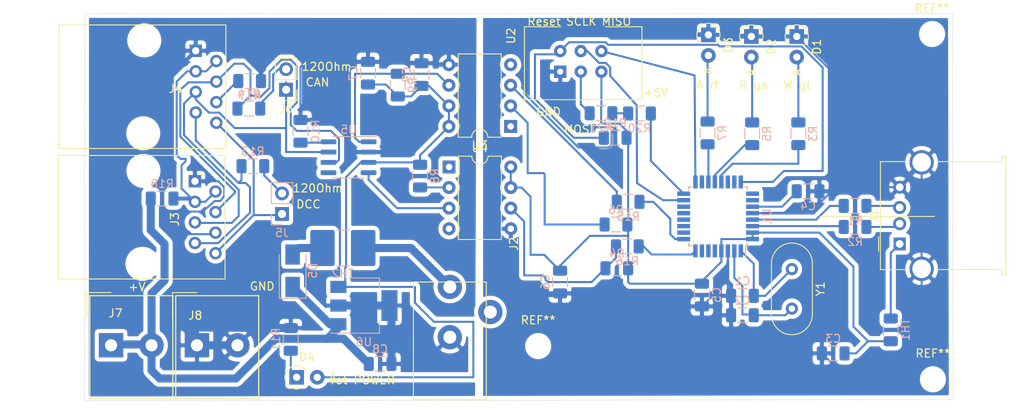
<source format=kicad_pcb>
(kicad_pcb (version 20211014) (generator pcbnew)
  (layers (0 "F.Cu" signal) (31 "B.Cu" signal) (34 "B.Paste" user) (35 "F.Paste" user) (36 "B.SilkS" user "B.Silkscreen") (37 "F.SilkS" user "F.Silkscreen") (38 "B.Mask" user) (39 "F.Mask" user) (44 "Edge.Cuts" user))
  (net 0 "")
  (net 1 "GND")
  (net 2 "Net-(C1-Pad1)")
  (net 3 "Net-(C2-Pad1)")
  (net 4 "+5V")
  (net 5 "Net-(C4-Pad1)")
  (net 6 "+5VP")
  (net 7 "GND1")
  (net 8 "+9V")
  (net 9 "Net-(D1-Pad2)")
  (net 10 "Net-(D2-Pad2)")
  (net 11 "Net-(D3-Pad2)")
  (net 12 "Net-(D4-Pad1)")
  (net 13 "Net-(D5-Pad2)")
  (net 14 "Net-(J1-Pad3)")
  (net 15 "Net-(J1-Pad2)")
  (net 16 "Net-(J1-Pad1)")
  (net 17 "Net-(J2-Pad1)")
  (net 18 "CANL")
  (net 19 "CANH")
  (net 20 "DCC_A")
  (net 21 "DCC_B")
  (net 22 "Net-(R1-Pad1)")
  (net 23 "Net-(R2-Pad1)")
  (net 24 "RXD1")
  (net 25 "Net-(R6-Pad2)")
  (net 26 "Net-(R8-Pad1)")
  (net 27 "T")
  (net 28 "Net-(R10-Pad1)")
  (net 29 "Net-(U1-Pad26)")
  (net 30 "Net-(U1-Pad25)")
  (net 31 "RESET")
  (net 32 "Net-(U1-Pad23)")
  (net 33 "Net-(U1-Pad22)")
  (net 34 "Net-(U1-Pad18)")
  (net 35 "MISO")
  (net 36 "MOSI")
  (net 37 "SCLK")
  (net 38 "Net-(U1-Pad14)")
  (net 39 "Net-(U1-Pad10)")
  (net 40 "TXD1")
  (net 41 "Net-(U1-Pad7)")
  (net 42 "Net-(U1-Pad6)")
  (net 43 "Net-(U1-Pad5)")
  (net 44 "Net-(U3-Pad1)")
  (net 45 "R")
  (net 46 "Net-(U4-Pad1)")
  (net 47 "Net-(U5-Pad5)")
  (net 48 "LED_gl")
  (net 49 "LED_gn")
  (net 50 "LED_rt")
  (net 51 "Net-(U1-Pad13)")
  (net 52 "Net-(U1-Pad12)")
  (net 53 "Net-(U1-Pad11)")
  (net 54 "Net-(J5-Pad2)")
  (net 55 "Net-(J6-Pad2)")
  (net 56 "Net-(R16-Pad1)")
  (net 57 "Net-(R15-Pad1)")
  (net 58 "Net-(J4-Pad6)")
  (net 59 "Net-(J3-Pad2)")
  (net 60 "Net-(R20-Pad2)")
  (net 61 "Net-(R20-Pad1)")
  (footprint "sboxnet:CLIFF-FCR681465P" (layer "F.Cu") (at 194 112.7 -90)
    (fp_text reference "J2")
    (fp_text value "cliff_FCR681465P_audiobuchse")
  )
  (footprint "Diode_THT:D_A-405_P2.54mm_Vertical_AnodeUp" (layer "F.Cu") (at 236.8 81.8 -90)
    (fp_text reference "D1")
    (fp_text value "gelb")
  )
  (footprint "Diode_THT:D_A-405_P2.54mm_Vertical_AnodeUp" (layer "F.Cu") (at 231.2 81.8 -90)
    (fp_text reference "D2")
    (fp_text value "grün")
  )
  (footprint "Connector_USB:USB_A_Molex_67643_Horizontal" (layer "F.Cu") (at 249.5 107.4 90)
    (fp_text reference "J1")
    (fp_text value "USB_A")
  )
  (footprint "sboxnet:wannenstecker_gerade_6pin" (layer "F.Cu") (at 212.7 83.6 -90)
    (fp_text reference "U2")
    (fp_text value "wannenstecker6")
  )
  (footprint "Package_DIP:DIP-8_W7.62mm" (layer "F.Cu") (at 201.5 92.9 180)
    (fp_text reference "U3")
    (fp_text value "6N137")
  )
  (footprint "Package_DIP:DIP-8_W7.62mm" (layer "F.Cu") (at 193.9 97.9)
    (fp_text reference "U4")
    (fp_text value "6N137")
  )
  (footprint "Crystal:Crystal_HC49-U_Vertical" (layer "F.Cu") (at 236.2 110.5 -90)
    (fp_text reference "Y1")
    (fp_text value "16MHz")
  )
  (footprint "Diode_THT:D_A-405_P2.54mm_Vertical_AnodeUp" (layer "F.Cu") (at 225.9 81.6 -90)
    (fp_text reference "D3")
    (fp_text value "rot")
  )
  (footprint "sboxnet:8p8c-mebp" (layer "F.Cu") (at 156.3 88 -90)
    (fp_text reference "J4")
    (fp_text value "8P8C")
  )
  (footprint "sboxnet:8p8c-mebp" (layer "F.Cu") (at 156.2 104.1 -90)
    (fp_text reference "J3")
    (fp_text value "8P8C")
  )
  (footprint "Diode_THT:D_A-405_P2.54mm_Vertical_AnodeUp" (layer "F.Cu") (at 175.1 123.85)
    (fp_text reference "D4")
    (fp_text value "rot")
  )
  (footprint "Connector_PinHeader_2.54mm:PinHeader_1x02_P2.54mm_Vertical" (layer "F.Cu") (at 173.8 88.375 180)
    (fp_text reference "J6")
    (fp_text value "Conn_01x02_Male")
  )
  (footprint "MountingHole:MountingHole_2.2mm_M2" (layer "F.Cu") (at 204.9 120)
    (fp_text reference "REF**")
    (fp_text value "MountingHole_2.2mm_M2")
  )
  (footprint "MountingHole:MountingHole_2.2mm_M2" (layer "F.Cu") (at 253.5 81.5)
    (fp_text reference "REF**")
    (fp_text value "MountingHole_2.2mm_M2")
  )
  (footprint "MountingHole:MountingHole_2.2mm_M2" (layer "F.Cu") (at 253.6 124.1)
    (fp_text reference "REF**")
    (fp_text value "MountingHole_2.2mm_M2")
  )
  (footprint "TerminalBlock_Altech:Altech_AK300_1x02_P5.00mm_45-Degree" (layer "F.Cu") (at 152.2 119.9)
    (fp_text reference "J7")
    (fp_text value "Screw_Terminal_01x02")
  )
  (footprint "TerminalBlock_Altech:Altech_AK300_1x02_P5.00mm_45-Degree" (layer "F.Cu") (at 162.8 119.9)
    (fp_text reference "J8")
    (fp_text value "Screw_Terminal_01x02")
  )
  (footprint "Capacitor_SMD:C_1206_3216Metric" (layer "B.Cu") (at 230.1 113.8 180)
    (fp_text reference "C1")
    (fp_text value "22p")
  )
  (footprint "Capacitor_SMD:C_1206_3216Metric" (layer "B.Cu") (at 230.1 116.2 180)
    (fp_text reference "C2")
    (fp_text value "22p")
  )
  (footprint "Capacitor_SMD:C_1206_3216Metric" (layer "B.Cu") (at 225.099999 113.7 90)
    (fp_text reference "C5")
    (fp_text value "100n")
  )
  (footprint "Resistor_SMD:R_1206_3216Metric" (layer "B.Cu") (at 244 105.3)
    (fp_text reference "R2")
    (fp_text value "22")
  )
  (footprint "Resistor_SMD:R_1206_3216Metric" (layer "B.Cu") (at 237 93.8 90)
    (fp_text reference "R3")
    (fp_text value "1k")
  )
  (footprint "Resistor_SMD:R_1206_3216Metric" (layer "B.Cu") (at 225.8 93.7 90)
    (fp_text reference "R7")
    (fp_text value "1k")
  )
  (footprint "Resistor_SMD:R_1206_3216Metric" (layer "B.Cu") (at 248.4 118 90)
    (fp_text reference "TH1")
    (fp_text value "250mA")
  )
  (footprint "Package_QFP:TQFP-32_7x7mm_P0.8mm" (layer "B.Cu") (at 227.1 104 90)
    (fp_text reference "U1")
    (fp_text value "ATmega32U2-AU")
  )
  (footprint "Resistor_SMD:R_1206_3216Metric" (layer "B.Cu") (at 244 102.7)
    (fp_text reference "R1")
    (fp_text value "22")
  )
  (footprint "Capacitor_SMD:C_1206_3216Metric" (layer "B.Cu") (at 241.3 120.9 180)
    (fp_text reference "C3")
    (fp_text value "1u")
  )
  (footprint "Capacitor_SMD:C_1206_3216Metric" (layer "B.Cu") (at 238.2 100.9)
    (fp_text reference "C4")
    (fp_text value "1u")
  )
  (footprint "Resistor_SMD:R_1206_3216Metric" (layer "B.Cu") (at 231.3 93.8 90)
    (fp_text reference "R5")
    (fp_text value "1k")
  )
  (footprint "Resistor_SMD:R_1206_3216Metric" (layer "B.Cu") (at 214.4 94.3 180)
    (fp_text reference "R12")
    (fp_text value "10k")
  )
  (footprint "Resistor_SMD:R_1206_3216Metric" (layer "B.Cu") (at 215.9 107.7)
    (fp_text reference "R16")
    (fp_text value "0")
  )
  (footprint "Resistor_SMD:R_1206_3216Metric" (layer "B.Cu") (at 216 102.2)
    (fp_text reference "R15")
    (fp_text value "0")
  )
  (footprint "Resistor_SMD:R_1206_3216Metric" (layer "B.Cu") (at 214.5 105 180)
    (fp_text reference "R6")
    (fp_text value "470")
  )
  (footprint "Resistor_SMD:R_1206_3216Metric" (layer "B.Cu") (at 214.6 110.4 180)
    (fp_text reference "R4")
    (fp_text value "470")
  )
  (footprint "Capacitor_SMD:C_1206_3216Metric" (layer "B.Cu") (at 207.6 112.1 -90)
    (fp_text reference "C6")
    (fp_text value "100n")
  )
  (footprint "Resistor_SMD:R_1206_3216Metric" (layer "B.Cu") (at 187.575 87.8 90)
    (fp_text reference "R9")
    (fp_text value "470")
  )
  (footprint "Resistor_SMD:R_1206_3216Metric" (layer "B.Cu") (at 190.325 99.025 90)
    (fp_text reference "R8")
    (fp_text value "470")
  )
  (footprint "Resistor_SMD:R_2816_7142Metric" (layer "B.Cu") (at 180.8 107.9)
    (fp_text reference "TH2")
    (fp_text value "3A")
  )
  (footprint "Resistor_SMD:R_1206_3216Metric" (layer "B.Cu") (at 169.700001 97.8 180)
    (fp_text reference "R13")
    (fp_text value "120")
  )
  (footprint "Package_SO:SOIC-8_3.9x4.9mm_P1.27mm" (layer "B.Cu") (at 181.5 96.7 180)
    (fp_text reference "U5")
    (fp_text value "PCA82C250")
  )
  (footprint "Capacitor_SMD:C_1206_3216Metric" (layer "B.Cu") (at 183.9 86.324999 -90)
    (fp_text reference "C7")
    (fp_text value "100n")
  )
  (footprint "Connector_PinHeader_2.54mm:PinHeader_1x02_P2.54mm_Vertical" (layer "B.Cu") (at 173.3 103.7)
    (fp_text reference "J5")
    (fp_text value "Conn_01x02_Male")
  )
  (footprint "Resistor_SMD:R_1206_3216Metric" (layer "B.Cu") (at 169.3 87.3)
    (fp_text reference "R17")
    (fp_text value "0")
  )
  (footprint "Capacitor_SMD:C_1206_3216Metric" (layer "B.Cu") (at 185.4 122.2 180)
    (fp_text reference "C8")
    (fp_text value "100n")
  )
  (footprint "Package_TO_SOT_SMD:SOT-223-3_TabPin2" (layer "B.Cu") (at 183.4 115)
    (fp_text reference "U6")
    (fp_text value "MCP1703A-5002_SOT223")
  )
  (footprint "Resistor_SMD:R_1206_3216Metric" (layer "B.Cu") (at 174.375 119.175 -90)
    (fp_text reference "R11")
    (fp_text value "470")
  )
  (footprint "Diode_SMD:D_SMA" (layer "B.Cu") (at 174.6 110.7 90)
    (fp_text reference "D5")
    (fp_text value "SK310A")
  )
  (footprint "Resistor_SMD:R_1206_3216Metric" (layer "B.Cu") (at 169.2 90.7 180)
    (fp_text reference "R14")
    (fp_text value "120")
  )
  (footprint "Capacitor_SMD:C_1206_3216Metric" (layer "B.Cu") (at 190.5 86.5 -90)
    (fp_text reference "C9")
    (fp_text value "10u")
  )
  (footprint "Resistor_SMD:R_1206_3216Metric" (layer "B.Cu") (at 158.5 101.8 180)
    (fp_text reference "R18")
    (fp_text value "0")
  )
  (footprint "Resistor_SMD:R_1206_3216Metric" (layer "B.Cu") (at 175.575 93.5 90)
    (fp_text reference "R10")
    (fp_text value "0")
  )
  (footprint "Resistor_SMD:R_1206_3216Metric" (layer "B.Cu") (at 217.4 91.3)
    (fp_text reference "R20")
    (fp_text value "0")
  )
  (footprint "Resistor_SMD:R_1206_3216Metric" (layer "B.Cu") (at 212.65 91.275)
    (fp_text reference "R21")
    (fp_text value "0")
  )
  (gr_line (start 253.8 104) (end 239.7 104) (layer "F.SilkS") (width 0.12))
  (gr_line (start 148.95 78.975) (end 148.925 126.75) (layer "Edge.Cuts") (width 0.05))
  (gr_line (start 256.1 126.6) (end 148.925 126.75) (layer "Edge.Cuts") (width 0.05))
  (gr_line (start 148.95 78.975) (end 256 79) (layer "Edge.Cuts") (width 0.05))
  (gr_line (start 256.1 126.6) (end 256 79) (layer "Edge.Cuts") (width 0.05))
  (gr_text "120Ohm" (at 178.8 85.525) (layer "F.SilkS") (effects (font (size 1 1))))
  (gr_text "120Ohm" (at 177.7 100.525) (layer "F.SilkS") (effects (font (size 1 1))))
  (gr_text "DCC" (at 176.55 102.5) (layer "F.SilkS") (effects (font (size 1 1))))
  (gr_text "CAN" (at 177.675 87.45) (layer "F.SilkS") (effects (font (size 1 1))))
  (gr_text "+V" (at 155.4 112.7) (layer "F.SilkS") (effects (font (size 1 1))))
  (gr_text "GND" (at 170.85 112.625) (layer "F.SilkS") (effects (font (size 1 1))))
  (gr_text "MISO" (at 214.55 79.95) (layer "F.SilkS") (effects (font (size 1 1))))
  (gr_text "W gl" (at 236.825 87.8) (layer "F.SilkS") (effects (font (size 1 1))))
  (gr_text "R gn" (at 231.5 87.85) (layer "F.SilkS") (effects (font (size 1 1))))
  (gr_text "Reset" (at 205.625 79.95) (layer "F.SilkS") (effects (font (size 1 1))))
  (gr_text "A rt" (at 225.825 87.725) (layer "F.SilkS") (effects (font (size 1 1))))
  (gr_text "rot POWER" (at 183.25 124.2) (layer "F.SilkS") (effects (font (size 1 1))))
  (gr_text "GND" (at 206.175 91.1) (layer "F.SilkS") (effects (font (size 1 1))))
  (gr_text "SCLK" (at 210.225 79.95) (layer "F.SilkS") (effects (font (size 1 1))))
  (gr_text "MOSI" (at 209.9 93.275) (layer "F.SilkS") (effects (font (size 1 1))))
  (gr_text "+5V" (at 219.4 88.725) (layer "F.SilkS") (effects (font (size 1 1))))
  (segment (start 249.5 100.4) (end 252.21 97.69) (width 0.25) (layer "B.Cu") (net 1))
  (segment (start 252.21 97.69) (end 252.21 97.33) (width 0.25) (layer "B.Cu") (net 1))
  (segment (start 252.21 110.47) (end 252.21 97.33) (width 0.25) (layer "B.Cu") (net 1))
  (segment (start 252.21 110.47) (end 252.245 110.47) (width 0.25) (layer "B.Cu") (net 1))
  (segment (start 243.4 124.4) (end 239.9 120.9) (width 0.25) (layer "B.Cu") (net 1))
  (segment (start 225.9 81.6) (end 231 81.6) (width 0.25) (layer "B.Cu") (net 1))
  (segment (start 213.61318 95.50001) (end 209.8636 95.50001) (width 0.25) (layer "B.Cu") (net 1))
  (segment (start 207.62 86.14) (end 207.62 90.145) (width 0.25) (layer "B.Cu") (net 1))
  (segment (start 199.2 105.5) (end 199.2 88.2) (width 0.25) (layer "B.Cu") (net 1))
  (segment (start 203.2 88.83641) (end 203.2 81.6) (width 0.25) (layer "B.Cu") (net 1))
  (segment (start 228.3 108.25) (end 228.3 113.4) (width 0.25) (layer "B.Cu") (net 1))
  (segment (start 228.3 113.4) (end 228.7 113.8) (width 0.25) (layer "B.Cu") (net 1))
  (segment (start 239.6 100.9) (end 241.1 100.9) (width 0.25) (layer "B.Cu") (net 1))
  (segment (start 200.5 81.4) (end 203.4 81.4) (width 0.25) (layer "B.Cu") (net 1))
  (segment (start 203.4 81.4) (end 225.7 81.4) (width 0.25) (layer "B.Cu") (net 1))
  (segment (start 199.2 88.2) (end 199.2 82.7) (width 0.25) (layer "B.Cu") (net 1))
  (segment (start 199.18 105.52) (end 199.2 105.5) (width 0.25) (layer "B.Cu") (net 1))
  (segment (start 203.2 81.6) (end 203.4 81.4) (width 0.25) (layer "B.Cu") (net 1))
  (segment (start 207.28 113.82) (end 207.6 113.5) (width 0.25) (layer "B.Cu") (net 1))
  (segment (start 252.21 110.47) (end 252.21 117.40319) (width 0.25) (layer "B.Cu") (net 1))
  (segment (start 241.5 100.5) (end 241.8 100.5) (width 0.25) (layer "B.Cu") (net 1))
  (segment (start 241.6 100.4) (end 241.1 100.9) (width 0.25) (layer "B.Cu") (net 1))
  (segment (start 226.499999 113.7) (end 228.6 113.7) (width 0.25) (layer "B.Cu") (net 1))
  (segment (start 201.52 105.52) (end 199.18 105.52) (width 0.25) (layer "B.Cu") (net 1))
  (segment (start 236.8 81.8) (end 241.8 86.8) (width 0.25) (layer "B.Cu") (net 1))
  (segment (start 250.9 118.71319) (end 250.9 124.1) (width 0.25) (layer "B.Cu") (net 1))
  (segment (start 225.299989 114.90001) (end 226.499999 113.7) (width 0.25) (layer "B.Cu") (net 1))
  (segment (start 209.8636 95.50001) (end 203.2 88.83641) (width 0.25) (layer "B.Cu") (net 1))
  (segment (start 241.8 86.8) (end 241.8 100.5) (width 0.25) (layer "B.Cu") (net 1))
  (segment (start 241.1 100.9) (end 241.5 100.5) (width 0.25) (layer "B.Cu") (net 1))
  (segment (start 207.62 90.145) (end 210.475 93) (width 0.25) (layer "B.Cu") (net 1))
  (segment (start 239.9 120.9) (end 228.7 120.9) (width 0.25) (layer "B.Cu") (net 1))
  (segment (start 250.6 124.4) (end 243.4 124.4) (width 0.25) (layer "B.Cu") (net 1))
  (segment (start 228.7 120.9) (end 228.7 116.2) (width 0.25) (layer "B.Cu") (net 1))
  (segment (start 213.95001 95.16318) (end 213.61318 95.50001) (width 0.25) (layer "B.Cu") (net 1))
  (segment (start 238.4 103.6) (end 241.5 100.5) (width 0.25) (layer "B.Cu") (net 1))
  (segment (start 203.62 113.82) (end 207.28 113.82) (width 0.25) (layer "B.Cu") (net 1))
  (segment (start 201.52 105.52) (end 201.52 111.72) (width 0.25) (layer "B.Cu") (net 1))
  (segment (start 252.21 117.40319) (end 250.9 118.71319) (width 0.25) (layer "B.Cu") (net 1))
  (segment (start 231.35 103.6) (end 238.4 103.6) (width 0.25) (layer "B.Cu") (net 1))
  (segment (start 201.52 111.72) (end 203.62 113.82) (width 0.25) (layer "B.Cu") (net 1))
  (segment (start 210.475 93) (end 214.4 93) (width 0.25) (layer "B.Cu") (net 1))
  (segment (start 213.95001 93.43682) (end 213.95001 95.16318) (width 0.25) (layer "B.Cu") (net 1))
  (segment (start 228.6 113.7) (end 228.7 113.8) (width 0.25) (layer "B.Cu") (net 1))
  (segment (start 250.9 124.1) (end 250.6 124.4) (width 0.25) (layer "B.Cu") (net 1))
  (segment (start 231.2 81.8) (end 236.8 81.8) (width 0.25) (layer "B.Cu") (net 1))
  (segment (start 199.2 82.7) (end 200.5 81.4) (width 0.25) (layer "B.Cu") (net 1))
  (segment (start 214.4 93.88681) (end 213.95001 93.43682) (width 0.25) (layer "B.Cu") (net 1))
  (segment (start 214.4 93) (end 214.4 93.88681) (width 0.25) (layer "B.Cu") (net 1))
  (segment (start 228.7 113.8) (end 228.7 116.2) (width 0.25) (layer "B.Cu") (net 1))
  (segment (start 249.5 100.4) (end 241.6 100.4) (width 0.25) (layer "B.Cu") (net 1))
  (segment (start 199.2 88.2) (end 199.2 88) (width 0.25) (layer "B.Cu") (net 1))
  (segment (start 225.7 81.4) (end 225.9 81.6) (width 0.25) (layer "B.Cu") (net 1))
  (segment (start 231 81.6) (end 231.2 81.8) (width 0.25) (layer "B.Cu") (net 1))
  (segment (start 229.9 108.25) (end 231.5 109.85) (width 0.25) (layer "B.Cu") (net 2))
  (segment (start 232.9 113.8) (end 236.2 110.5) (width 0.25) (layer "B.Cu") (net 2))
  (segment (start 231.5 113.8) (end 232.9 113.8) (width 0.25) (layer "B.Cu") (net 2))
  (segment (start 231.5 109.85) (end 231.5 113.8) (width 0.25) (layer "B.Cu") (net 2))
  (segment (start 229.1 111.6) (end 230.1 112.6) (width 0.25) (layer "B.Cu") (net 3))
  (segment (start 231.5 116.2) (end 235.38 116.2) (width 0.25) (layer "B.Cu") (net 3))
  (segment (start 235.38 116.2) (end 236.2 115.38) (width 0.25) (layer "B.Cu") (net 3))
  (segment (start 231.4 116.1) (end 231.5 116.2) (width 0.25) (layer "B.Cu") (net 3))
  (segment (start 229.1 108.25) (end 229.1 111.6) (width 0.25) (layer "B.Cu") (net 3))
  (segment (start 230.1 112.6) (end 230.1 116.1) (width 0.25) (layer "B.Cu") (net 3))
  (segment (start 230.1 116.1) (end 231.4 116.1) (width 0.25) (layer "B.Cu") (net 3))
  (segment (start 229.1 108.25) (end 229.1 109.110002) (width 0.25) (layer "B.Cu") (net 3))
  (segment (start 239.6 106) (end 231.35 106) (width 0.25) (layer "B.Cu") (net 4))
  (segment (start 242.7 120.9) (end 244.1 120.9) (width 0.25) (layer "B.Cu") (net 4))
  (segment (start 227.5 106.8) (end 231.35 106.8) (width 0.25) (layer "B.Cu") (net 4))
  (segment (start 244.1 120.9) (end 245.6 119.4) (width 0.25) (layer "B.Cu") (net 4))
  (segment (start 231.35 106) (end 231.35 106.8) (width 0.25) (layer "B.Cu") (net 4))
  (segment (start 225.099999 112.3) (end 225.099999 112.000001) (width 0.25) (layer "B.Cu") (net 4))
  (segment (start 214.925 92.55) (end 215.8 93.425) (width 0.25) (layer "B.Cu") (net 4))
  (segment (start 203.96 101.56) (end 203.96 108.74) (width 0.25) (layer "B.Cu") (net 4))
  (segment (start 216 110.8) (end 216 112.1) (width 0.25) (layer "B.Cu") (net 4))
  (segment (start 216.2 112.3) (end 225.099999 112.3) (width 0.25) (layer "B.Cu") (net 4))
  (segment (start 245.6 119.4) (end 243.8 117.6) (width 0.25) (layer "B.Cu") (net 4))
  (segment (start 243.8 117.6) (end 243.8 110.2) (width 0.25) (layer "B.Cu") (net 4))
  (segment (start 212.675 92.55) (end 214.925 92.55) (width 0.25) (layer "B.Cu") (net 4))
  (segment (start 207.6 110.075) (end 211.275 106.4) (width 0.25) (layer "B.Cu") (net 4))
  (segment (start 216 112.1) (end 216.2 112.3) (width 0.25) (layer "B.Cu") (net 4))
  (segment (start 212.7 90.45) (end 212.675 90.475) (width 0.25) (layer "B.Cu") (net 4))
  (segment (start 205.64 108.74) (end 207.6 110.7) (width 0.25) (layer "B.Cu") (net 4))
  (segment (start 248.4 119.4) (end 245.6 119.4) (width 0.25) (layer "B.Cu") (net 4))
  (segment (start 201.52 100.44) (end 202.84 100.44) (width 0.25) (layer "B.Cu") (net 4))
  (segment (start 227.5 108.25) (end 227.5 106.8) (width 0.25) (layer "B.Cu") (net 4))
  (segment (start 201.52 97.9) (end 201.52 100.44) (width 0.25) (layer "B.Cu") (net 4))
  (segment (start 212.7 86.14) (end 212.7 90.45) (width 0.25) (layer "B.Cu") (net 4))
  (segment (start 202.84 100.44) (end 203.96 101.56) (width 0.25) (layer "B.Cu") (net 4))
  (segment (start 203.96 108.74) (end 205.64 108.74) (width 0.25) (layer "B.Cu") (net 4))
  (segment (start 225.099999 112.000001) (end 227.5 109.6) (width 0.25) (layer "B.Cu") (net 4))
  (segment (start 216 106.4) (end 216 110.8) (width 0.25) (layer "B.Cu") (net 4))
  (segment (start 211.275 106.4) (end 216 106.4) (width 0.25) (layer "B.Cu") (net 4))
  (segment (start 216 93.8) (end 216 105.9) (width 0.25) (layer "B.Cu") (net 4))
  (segment (start 207.6 110.7) (end 207.6 110.075) (width 0.25) (layer "B.Cu") (net 4))
  (segment (start 215.8 93.425) (end 215.8 94.3) (width 0.25) (layer "B.Cu") (net 4))
  (segment (start 243.8 110.2) (end 239.6 106) (width 0.25) (layer "B.Cu") (net 4))
  (segment (start 212.675 90.475) (end 212.675 92.55) (width 0.25) (layer "B.Cu") (net 4))
  (segment (start 227.5 109.6) (end 227.5 108.25) (width 0.25) (layer "B.Cu") (net 4))
  (segment (start 216 105.9) (end 216 106.4) (width 0.25) (layer "B.Cu") (net 4))
  (segment (start 231.35 102.8) (end 235 102.8) (width 0.25) (layer "B.Cu") (net 5))
  (segment (start 235 102.8) (end 236.6 101.2) (width 0.25) (layer "B.Cu") (net 5))
  (segment (start 193.88 90.36) (end 193.88 92.9) (width 0.25) (layer "B.Cu") (net 6))
  (segment (start 190.5 87.9) (end 191.42 87.9) (width 0.25) (layer "B.Cu") (net 6))
  (segment (start 191.42 87.9) (end 193.88 90.36) (width 0.25) (layer "B.Cu") (net 6))
  (segment (start 190.325 97.625) (end 190.325 96.455) (width 0.25) (layer "B.Cu") (net 6))
  (segment (start 190.325 96.455) (end 193.88 92.9) (width 0.25) (layer "B.Cu") (net 6))
  (segment (start 190.225 97.725) (end 190.325 97.625) (width 0.25) (layer "B.Cu") (net 6))
  (segment (start 190.325 97.625) (end 190.655 97.625) (width 0.25) (layer "B.Cu") (net 6))
  (segment (start 187.575 89.2) (end 189.2 89.2) (width 0.25) (layer "B.Cu") (net 6))
  (segment (start 189.2 89.2) (end 190.5 87.9) (width 0.25) (layer "B.Cu") (net 6))
  (segment (start 183.9 87.724999) (end 186.099999 87.724999) (width 0.25) (layer "B.Cu") (net 6))
  (segment (start 186.099999 87.724999) (end 187.575 89.2) (width 0.25) (layer "B.Cu") (net 6))
  (segment (start 183.975 97.335) (end 190.035 97.335) (width 0.25) (layer "B.Cu") (net 6))
  (segment (start 190.035 97.335) (end 190.325 97.625) (width 0.25) (layer "B.Cu") (net 6))
  (segment (start 183 97.335) (end 183.975 97.335) (width 0.25) (layer "B.Cu") (net 6))
  (segment (start 177.64 123.85) (end 196.85 123.85) (width 0.25) (layer "B.Cu") (net 6))
  (segment (start 196.9 117) (end 192.035002 117) (width 0.25) (layer "B.Cu") (net 6))
  (segment (start 189.4 112.7) (end 180.25 112.7) (width 0.25) (layer "B.Cu") (net 6))
  (segment (start 192.035002 117) (end 189.7 114.664998) (width 0.25) (layer "B.Cu") (net 6))
  (segment (start 181.2 110.2) (end 181.2 99.135) (width 0.25) (layer "B.Cu") (net 6))
  (segment (start 181.2 99.135) (end 183 97.335) (width 0.25) (layer "B.Cu") (net 6))
  (segment (start 189.7 112.725) (end 189.4 112.7) (width 0.25) (layer "B.Cu") (net 6))
  (segment (start 181.1 110.3) (end 181.2 110.2) (width 0.25) (layer "B.Cu") (net 6))
  (segment (start 181.1 112.7) (end 181.1 110.3) (width 0.25) (layer "B.Cu") (net 6))
  (segment (start 189.7 114.664998) (end 189.7 112.725) (width 0.25) (layer "B.Cu") (net 6))
  (segment (start 196.85 123.85) (end 196.9 123.8) (width 0.25) (layer "B.Cu") (net 6))
  (segment (start 196.9 123.8) (end 196.9 117) (width 0.25) (layer "B.Cu") (net 6))
  (segment (start 161.75 106.15) (end 161.792999 106.192999) (width 0.25) (layer "B.Cu") (net 7))
  (segment (start 159.79998 104.19998) (end 161.75 106.15) (width 0.25) (layer "B.Cu") (net 7))
  (segment (start 186.8 122.2) (end 190.7 122.2) (width 0.25) (layer "B.Cu") (net 7))
  (segment (start 190.7 122.2) (end 194 118.9) (width 0.25) (layer "B.Cu") (net 7))
  (segment (start 160.630266 103.4) (end 159.79998 104.19998) (width 0.25) (layer "B.Cu") (net 7))
  (segment (start 163.5 103.4) (end 160.630266 103.4) (width 0.25) (layer "B.Cu") (net 7))
  (segment (start 162.8 119.9) (end 162.8 119.2) (width 0.25) (layer "B.Cu") (net 7))
  (segment (start 162.8 119.2) (end 161.3 117.7) (width 1) (layer "B.Cu") (net 7))
  (segment (start 167.8 119.9) (end 162.8 119.9) (width 1) (layer "B.Cu") (net 7))
  (segment (start 174.375 117.775) (end 161.3 117.7) (width 1) (layer "B.Cu") (net 7))
  (segment (start 174.35 117.8) (end 174.375 117.775) (width 0.25) (layer "B.Cu") (net 7))
  (segment (start 186.55 115) (end 180.25 115) (width 1) (layer "B.Cu") (net 7))
  (segment (start 186.8 122.2) (end 186.8 115.25) (width 1) (layer "B.Cu") (net 7))
  (segment (start 186.8 115.25) (end 186.55 115) (width 0.25) (layer "B.Cu") (net 7))
  (segment (start 166.177001 100.408239) (end 166.177001 101.451761) (width 0.25) (layer "B.Cu") (net 7))
  (segment (start 164.902001 106.192999) (end 165.09 106.005) (width 0.25) (layer "B.Cu") (net 7))
  (segment (start 161.792999 106.192999) (end 164.902001 106.192999) (width 0.25) (layer "B.Cu") (net 7))
  (segment (start 170.7 86.4) (end 167.86 83.56) (width 0.25) (layer "B.Cu") (net 7))
  (segment (start 165.7 102.1) (end 165 102.1) (width 0.25) (layer "B.Cu") (net 7))
  (segment (start 165 102.1) (end 163.5 103.4) (width 0.25) (layer "B.Cu") (net 7))
  (segment (start 170.7 87.3) (end 170.7 86.4) (width 0.25) (layer "B.Cu") (net 7))
  (segment (start 167.86 83.56) (end 162.65 83.56) (width 0.25) (layer "B.Cu") (net 7))
  (segment (start 161.3 106.6) (end 161.75 106.15) (width 0.25) (layer "B.Cu") (net 7))
  (segment (start 166.177001 101.451761) (end 165.7 102.1) (width 0.25) (layer "B.Cu") (net 7))
  (segment (start 165.428762 99.66) (end 166.177001 100.408239) (width 0.25) (layer "B.Cu") (net 7))
  (segment (start 162.55 99.66) (end 165.428762 99.66) (width 0.25) (layer "B.Cu") (net 7))
  (segment (start 183.9 84.924999) (end 190.324999 84.924999) (width 0.25) (layer "B.Cu") (net 7))
  (segment (start 190.324999 84.924999) (end 190.5 85.1) (width 0.25) (layer "B.Cu") (net 7))
  (segment (start 190.5 85.1) (end 193.7 85.1) (width 0.25) (layer "B.Cu") (net 7))
  (segment (start 193.7 85.1) (end 193.88 85.28) (width 0.25) (layer "B.Cu") (net 7))
  (segment (start 175.575 92.1) (end 175.575 85.574998) (width 0.25) (layer "B.Cu") (net 7))
  (segment (start 183.9 84.924999) (end 181.675001 84.924999) (width 0.25) (layer "B.Cu") (net 7))
  (segment (start 160.5 108) (end 160.5 107.4) (width 0.5) (layer "B.Cu") (net 7))
  (segment (start 176.224999 84.924999) (end 175.075 83.775) (width 0.25) (layer "B.Cu") (net 7))
  (segment (start 181.675001 84.924999) (end 176.224999 84.924999) (width 0.25) (layer "B.Cu") (net 7))
  (segment (start 159.7 86) (end 160.21 86) (width 0.5) (layer "B.Cu") (net 7))
  (segment (start 175.575 85.574998) (end 176.224999 84.924999) (width 0.25) (layer "B.Cu") (net 7))
  (segment (start 158.5 102.9) (end 158.5 100) (width 0.5) (layer "B.Cu") (net 7))
  (segment (start 175.075 83.775) (end 171.2 83.775) (width 0.25) (layer "B.Cu") (net 7))
  (segment (start 161.3 117.7) (end 161.3 108.8) (width 1) (layer "B.Cu") (net 7))
  (segment (start 160.5 107.4) (end 161.3 106.6) (width 0.5) (layer "B.Cu") (net 7))
  (segment (start 183.975 96.065) (end 181.76 96.065) (width 0.25) (layer "B.Cu") (net 7))
  (segment (start 161.3 108.8) (end 160.5 108) (width 0.5) (layer "B.Cu") (net 7))
  (segment (start 158.5 100) (end 159.7 98.8) (width 0.5) (layer "B.Cu") (net 7))
  (segment (start 181.675001 95.980001) (end 181.675001 84.924999) (width 0.25) (layer "B.Cu") (net 7))
  (segment (start 160.21 86) (end 162.65 83.56) (width 0.5) (layer "B.Cu") (net 7))
  (segment (start 159.7 98.8) (end 159.7 86) (width 0.5) (layer "B.Cu") (net 7))
  (segment (start 171.2 85.9) (end 170.7 86.4) (width 0.25) (layer "B.Cu") (net 7))
  (segment (start 171.2 83.775) (end 171.2 85.9) (width 0.25) (layer "B.Cu") (net 7))
  (segment (start 159.79998 104.19998) (end 158.5 102.9) (width 0.5) (layer "B.Cu") (net 7))
  (segment (start 181.76 96.065) (end 181.675001 95.980001) (width 0.25) (layer "B.Cu") (net 7))
  (segment (start 157.2 123) (end 158.2 124) (width 1) (layer "B.Cu") (net 8))
  (segment (start 157.2 119.8) (end 157.2 123) (width 1) (layer "B.Cu") (net 8))
  (segment (start 167.6 124) (end 172.5 119.1) (width 1) (layer "B.Cu") (net 8))
  (segment (start 158.2 124) (end 167.6 124) (width 1) (layer "B.Cu") (net 8))
  (segment (start 172.5 119.1) (end 178.9 119.1) (width 1) (layer "B.Cu") (net 8))
  (segment (start 152.2 119.8) (end 157.2 119.8) (width 1) (layer "B.Cu") (net 8))
  (segment (start 179.2 117.3) (end 180.25 117.3) (width 1) (layer "B.Cu") (net 8))
  (segment (start 178.9 119.1) (end 180.9 119.1) (width 1) (layer "B.Cu") (net 8))
  (segment (start 180.9 119.1) (end 184 122.2) (width 1) (layer "B.Cu") (net 8))
  (segment (start 158.8 107.4) (end 157.1 105.7) (width 1) (layer "B.Cu") (net 8))
  (segment (start 180.25 117.75) (end 178.9 119.1) (width 1) (layer "B.Cu") (net 8))
  (segment (start 180.25 117.3) (end 180.25 117.75) (width 1) (layer "B.Cu") (net 8))
  (segment (start 157.2 119.8) (end 157.2 113.5) (width 1) (layer "B.Cu") (net 8))
  (segment (start 174.6 112.7) (end 179.2 117.3) (width 1) (layer "B.Cu") (net 8))
  (segment (start 157.2 113.5) (end 158.8 111.9) (width 1) (layer "B.Cu") (net 8))
  (segment (start 158.8 111.9) (end 158.8 107.4) (width 1) (layer "B.Cu") (net 8))
  (segment (start 157.1 105.7) (end 157.1 101.8) (width 1) (layer "B.Cu") (net 8))
  (segment (start 237 84.54) (end 236.8 84.34) (width 0.25) (layer "B.Cu") (net 9))
  (segment (start 237 92.4) (end 237 84.54) (width 0.25) (layer "B.Cu") (net 9))
  (segment (start 231.3 92.4) (end 231.3 84.44) (width 0.25) (layer "B.Cu") (net 10))
  (segment (start 231.3 84.44) (end 231.2 84.34) (width 0.25) (layer "B.Cu") (net 10))
  (segment (start 225.8 92.3) (end 225.8 84.24) (width 0.25) (layer "B.Cu") (net 11))
  (segment (start 225.8 84.24) (end 225.9 84.14) (width 0.25) (layer "B.Cu") (net 11))
  (segment (start 174.375 123.125) (end 175.1 123.85) (width 0.25) (layer "B.Cu") (net 12))
  (segment (start 174.375 120.575) (end 174.375 123.125) (width 0.25) (layer "B.Cu") (net 12))
  (segment (start 175.4 107.9) (end 174.6 108.7) (width 1) (layer "B.Cu") (net 13))
  (segment (start 178.2875 107.9) (end 175.4 107.9) (width 1) (layer "B.Cu") (net 13))
  (segment (start 249.2 102.6) (end 249.5 102.9) (width 0.25) (layer "B.Cu") (net 14))
  (segment (start 249.3 102.7) (end 249.5 102.9) (width 0.25) (layer "B.Cu") (net 14))
  (segment (start 245.4 102.7) (end 249.3 102.7) (width 0.25) (layer "B.Cu") (net 14))
  (segment (start 249.2 105.2) (end 249.5 104.9) (width 0.25) (layer "B.Cu") (net 15))
  (segment (start 249.1 105.3) (end 249.5 104.9) (width 0.25) (layer "B.Cu") (net 15))
  (segment (start 245.4 105.3) (end 249.1 105.3) (width 0.25) (layer "B.Cu") (net 15))
  (segment (start 248.4 116.6) (end 248.4 108.5) (width 0.25) (layer "B.Cu") (net 16))
  (segment (start 248.4 108.5) (end 249.5 107.4) (width 0.25) (layer "B.Cu") (net 16))
  (segment (start 189.2 107.9) (end 194 112.7) (width 1) (layer "B.Cu") (net 17))
  (segment (start 183.3125 107.9) (end 189.2 107.9) (width 1) (layer "B.Cu") (net 17))
  (segment (start 165.19 87.37) (end 167.4 85.16) (width 0.25) (layer "B.Cu") (net 18))
  (segment (start 167.5 101.06) (end 167.5 100.9) (width 0.25) (layer "B.Cu") (net 18))
  (segment (start 167.5 100.9) (end 160.8 94.2) (width 0.25) (layer "B.Cu") (net 18))
  (segment (start 160.8 94.2) (end 160.74999 94.1) (width 0.25) (layer "B.Cu") (net 18))
  (segment (start 165.09 103.47) (end 167.5 101.06) (width 0.25) (layer "B.Cu") (net 18))
  (segment (start 160.74999 94.1) (end 160.74999 88.35001) (width 0.25) (layer "B.Cu") (net 18))
  (segment (start 160.74999 88.35001) (end 161.5 87.7) (width 0.25) (layer "B.Cu") (net 18))
  (segment (start 169.4 89.1) (end 167.8 90.7) (width 0.25) (layer "B.Cu") (net 18))
  (segment (start 169.4 86) (end 169.4 89.1) (width 0.25) (layer "B.Cu") (net 18))
  (segment (start 161.75501 87.45501) (end 165.19 87.45501) (width 0.25) (layer "B.Cu") (net 18))
  (segment (start 168.56 85.16) (end 169.4 86) (width 0.25) (layer "B.Cu") (net 18))
  (segment (start 161.5 87.7) (end 161.75501 87.45501) (width 0.25) (layer "B.Cu") (net 18))
  (segment (start 167.4 85.16) (end 168.56 85.16) (width 0.25) (layer "B.Cu") (net 18))
  (segment (start 175.11181 93.45) (end 174.37499 92.71318) (width 0.25) (layer "B.Cu") (net 18))
  (segment (start 171.75 88.15) (end 170.65 89.25) (width 0.25) (layer "B.Cu") (net 18))
  (segment (start 170.08681 89.1) (end 169.4 89.1) (width 0.25) (layer "B.Cu") (net 18))
  (segment (start 180 97.335) (end 180.32501 97.00999) (width 0.25) (layer "B.Cu") (net 18))
  (segment (start 174.37499 90.70001) (end 175.12499 89.95001) (width 0.25) (layer "B.Cu") (net 18))
  (segment (start 170.23681 89.25) (end 170.08681 89.1) (width 0.25) (layer "B.Cu") (net 18))
  (segment (start 171.75 86.145998) (end 171.75 88.15) (width 0.25) (layer "B.Cu") (net 18))
  (segment (start 174.37499 92.71318) (end 174.37499 90.70001) (width 0.25) (layer "B.Cu") (net 18))
  (segment (start 180.32501 94.448242) (end 179.326768 93.45) (width 0.25) (layer "B.Cu") (net 18))
  (segment (start 175.12499 85.420988) (end 174.364001 84.659999) (width 0.25) (layer "B.Cu") (net 18))
  (segment (start 175.12499 89.95001) (end 175.12499 85.420988) (width 0.25) (layer "B.Cu") (net 18))
  (segment (start 179.025 97.335) (end 180 97.335) (width 0.25) (layer "B.Cu") (net 18))
  (segment (start 179.326768 93.45) (end 175.11181 93.45) (width 0.25) (layer "B.Cu") (net 18))
  (segment (start 180.32501 97.00999) (end 180.32501 94.448242) (width 0.25) (layer "B.Cu") (net 18))
  (segment (start 174.364001 84.659999) (end 173.235999 84.659999) (width 0.25) (layer "B.Cu") (net 18))
  (segment (start 173.235999 84.659999) (end 171.75 86.145998) (width 0.25) (layer "B.Cu") (net 18))
  (segment (start 170.65 89.25) (end 170.23681 89.25) (width 0.25) (layer "B.Cu") (net 18))
  (segment (start 173.06 88.2) (end 173.8 87.46) (width 0.25) (layer "B.Cu") (net 19))
  (segment (start 167.1 104.8) (end 162.61 104.8) (width 0.25) (layer "B.Cu") (net 19))
  (segment (start 162.65 88.64) (end 161.2 90.09) (width 0.25) (layer "B.Cu") (net 19))
  (segment (start 161.2 90.09) (end 161.2 93.96359) (width 0.25) (layer "B.Cu") (net 19))
  (segment (start 161.2 93.96359) (end 167.95001 100.7136) (width 0.25) (layer "B.Cu") (net 19))
  (segment (start 173.775 96.05) (end 178.655 96.065) (width 0.25) (layer "B.Cu") (net 19))
  (segment (start 167.95001 100.7136) (end 167.95001 103.94999) (width 0.25) (layer "B.Cu") (net 19))
  (segment (start 167.95001 103.94999) (end 167.1 104.8) (width 0.25) (layer "B.Cu") (net 19))
  (segment (start 162.61 104.8) (end 162.55 104.74) (width 0.25) (layer "B.Cu") (net 19))
  (segment (start 167.453762 93.1) (end 165.55 91.196238) (width 0.25) (layer "B.Cu") (net 19))
  (segment (start 164.271238 91.196238) (end 162.65 89.575) (width 0.25) (layer "B.Cu") (net 19))
  (segment (start 173.8 88.375) (end 173.8 93.1) (width 0.25) (layer "B.Cu") (net 19))
  (segment (start 173.8 93.1) (end 167.453762 93.1) (width 0.25) (layer "B.Cu") (net 19))
  (segment (start 165.55 91.196238) (end 164.271238 91.196238) (width 0.25) (layer "B.Cu") (net 19))
  (segment (start 162.65 89.575) (end 162.65 88.64) (width 0.25) (layer "B.Cu") (net 19))
  (segment (start 173.8 93.1) (end 173.8 96.025) (width 0.25) (layer "B.Cu") (net 19))
  (segment (start 173.8 96.025) (end 173.775 96.05) (width 0.25) (layer "B.Cu") (net 19))
  (segment (start 169.35001 103.54999) (end 165.6 107.1) (width 0.25) (layer "B.Cu") (net 20))
  (segment (start 163.350974 107.3) (end 162.55 107.28) (width 0.25) (layer "B.Cu") (net 20))
  (segment (start 165.4 107.3) (end 163.350974 107.3) (width 0.25) (layer "B.Cu") (net 20))
  (segment (start 162.65 94.61359) (end 167.918205 99.881795) (width 0.25) (layer "B.Cu") (net 20))
  (segment (start 162.65 91.18) (end 162.65 94.61359) (width 0.25) (layer "B.Cu") (net 20))
  (segment (start 165.6 107.1) (end 165.4 107.3) (width 0.25) (layer "B.Cu") (net 20))
  (segment (start 168.818205 99.881795) (end 169.35001 100.4136) (width 0.25) (layer "B.Cu") (net 20))
  (segment (start 169.35001 100.4136) (end 169.35001 103.54999) (width 0.25) (layer "B.Cu") (net 20))
  (segment (start 167.918205 99.881795) (end 168.818205 99.881795) (width 0.25) (layer "B.Cu") (net 20))
  (segment (start 168.300001 99.499999) (end 167.918205 99.881795) (width 0.25) (layer "B.Cu") (net 20))
  (segment (start 168.300001 97.8) (end 168.300001 99.499999) (width 0.25) (layer "B.Cu") (net 20))
  (segment (start 165.19 92.445) (end 169.80002 97.05502) (width 0.25) (layer "B.Cu") (net 21))
  (segment (start 173.16502 103.83498) (end 173.3 103.7) (width 0.25) (layer "B.Cu") (net 21))
  (segment (start 169.80002 103.83498) (end 173.16502 103.83498) (width 0.25) (layer "B.Cu") (net 21))
  (segment (start 169.80002 103.83498) (end 165.09 108.545) (width 0.25) (layer "B.Cu") (net 21))
  (segment (start 169.80002 97.05502) (end 169.80002 103.83498) (width 0.25) (layer "B.Cu") (net 21))
  (segment (start 231.35 104.4) (end 239.2 104.4) (width 0.25) (layer "B.Cu") (net 22))
  (segment (start 240.9 102.7) (end 242.6 102.7) (width 0.25) (layer "B.Cu") (net 22))
  (segment (start 239.2 104.4) (end 240.9 102.7) (width 0.25) (layer "B.Cu") (net 22))
  (segment (start 231.35 105.2) (end 242.5 105.2) (width 0.25) (layer "B.Cu") (net 23))
  (segment (start 242.5 105.2) (end 242.6 105.3) (width 0.25) (layer "B.Cu") (net 23))
  (segment (start 218.9 108.7) (end 223.85 108.7) (width 0.25) (layer "B.Cu") (net 24))
  (segment (start 217.9 107.7) (end 218.9 108.7) (width 0.25) (layer "B.Cu") (net 24))
  (segment (start 217.3 107.7) (end 217.9 107.7) (width 0.25) (layer "B.Cu") (net 24))
  (segment (start 223.85 108.7) (end 224.3 108.25) (width 0.25) (layer "B.Cu") (net 24))
  (segment (start 203.6 92.46) (end 201.5 90.36) (width 0.25) (layer "B.Cu") (net 25))
  (segment (start 205.7 98.8) (end 205.56 98.66) (width 0.25) (layer "B.Cu") (net 25))
  (segment (start 205.7 105) (end 205.7 98.8) (width 0.25) (layer "B.Cu") (net 25))
  (segment (start 203.6 98.66) (end 203.6 92.46) (width 0.25) (layer "B.Cu") (net 25))
  (segment (start 213.1 105) (end 205.7 105) (width 0.25) (layer "B.Cu") (net 25))
  (segment (start 205.56 98.66) (end 203.6 98.66) (width 0.25) (layer "B.Cu") (net 25))
  (segment (start 190.325 100.425) (end 193.885 100.425) (width 0.25) (layer "B.Cu") (net 26))
  (segment (start 193.885 100.425) (end 193.9 100.44) (width 0.25) (layer "B.Cu") (net 26))
  (segment (start 193.815 100.525) (end 193.9 100.44) (width 0.25) (layer "B.Cu") (net 26))
  (segment (start 182.795 94.795) (end 182.3 94.3) (width 0.25) (layer "B.Cu") (net 27))
  (segment (start 183.975 94.795) (end 182.795 94.795) (width 0.25) (layer "B.Cu") (net 27))
  (segment (start 187.575 86.4) (end 192.46 86.4) (width 0.25) (layer "B.Cu") (net 27))
  (segment (start 192.46 86.4) (end 193.88 87.82) (width 0.25) (layer "B.Cu") (net 27))
  (segment (start 182.3 86.4) (end 187.575 86.4) (width 0.25) (layer "B.Cu") (net 27))
  (segment (start 182.3 94.3) (end 182.3 86.4) (width 0.25) (layer "B.Cu") (net 27))
  (segment (start 175.575 94.9) (end 178.92 94.9) (width 0.25) (layer "B.Cu") (net 28))
  (segment (start 178.92 94.9) (end 179.025 94.795) (width 0.25) (layer "B.Cu") (net 28))
  (segment (start 233.85 99.75) (end 235.2 98.4) (width 0.25) (layer "B.Cu") (net 31))
  (segment (start 208.707001 82.512999) (end 207.62 83.6) (width 0.25) (layer "B.Cu") (net 31))
  (segment (start 213.533763 82.825001) (end 213.221761 82.512999) (width 0.25) (layer "B.Cu") (net 31))
  (segment (start 204.5 89.5) (end 204.5 84) (width 0.25) (layer "B.Cu") (net 31))
  (segment (start 213 94.3) (end 209.3 94.3) (width 0.25) (layer "B.Cu") (net 31))
  (segment (start 237.388591 83.025001) (end 227.260001 83.025001) (width 0.25) (layer "B.Cu") (net 31))
  (segment (start 229.9 99.75) (end 233.85 99.75) (width 0.25) (layer "B.Cu") (net 31))
  (segment (start 240 85.63641) (end 237.388591 83.025001) (width 0.25) (layer "B.Cu") (net 31))
  (segment (start 213.221761 82.512999) (end 208.707001 82.512999) (width 0.25) (layer "B.Cu") (net 31))
  (segment (start 227.060001 82.825001) (end 213.533763 82.825001) (width 0.25) (layer "B.Cu") (net 31))
  (segment (start 227.260001 83.025001) (end 227.060001 82.825001) (width 0.25) (layer "B.Cu") (net 31))
  (segment (start 209.3 94.3) (end 204.5 89.5) (width 0.25) (layer "B.Cu") (net 31))
  (segment (start 204.5 84) (end 207.22 84) (width 0.25) (layer "B.Cu") (net 31))
  (segment (start 207.22 84) (end 207.62 83.6) (width 0.25) (layer "B.Cu") (net 31))
  (segment (start 235.2 98.4) (end 240 98.4) (width 0.25) (layer "B.Cu") (net 31))
  (segment (start 240 98.4) (end 240 85.63641) (width 0.25) (layer "B.Cu") (net 31))
  (segment (start 224.2 86.6) (end 224.3 99.75) (width 0.25) (layer "B.Cu") (net 35))
  (segment (start 212.7 83.6) (end 224.2 86.6) (width 0.25) (layer "B.Cu") (net 35))
  (segment (start 210.16 86.14) (end 210.16 90.16) (width 0.25) (layer "B.Cu") (net 36))
  (segment (start 210.16 90.16) (end 211.25 91.25) (width 0.25) (layer "B.Cu") (net 36))
  (segment (start 217.1 99.9) (end 220.3 102) (width 0.25) (layer "B.Cu") (net 37))
  (segment (start 213.787001 85.618239) (end 213.787001 86.661761) (width 0.25) (layer "B.Cu") (net 37))
  (segment (start 210.954262 83.6) (end 212.407261 85.052999) (width 0.25) (layer "B.Cu") (net 37))
  (segment (start 212.407261 85.052999) (end 213.221761 85.052999) (width 0.25) (layer "B.Cu") (net 37))
  (segment (start 210.16 83.6) (end 210.954262 83.6) (width 0.25) (layer "B.Cu") (net 37))
  (segment (start 213.221761 85.052999) (end 213.787001 85.618239) (width 0.25) (layer "B.Cu") (net 37))
  (segment (start 220.3 102) (end 222.85 102) (width 0.25) (layer "B.Cu") (net 37))
  (segment (start 213.787001 86.661761) (end 217.05 90.275) (width 0.25) (layer "B.Cu") (net 37))
  (segment (start 217.05 90.275) (end 217.1 99.9) (width 0.25) (layer "B.Cu") (net 37))
  (segment (start 217.4 102.2) (end 219.1 102.2) (width 0.25) (layer "B.Cu") (net 40))
  (segment (start 221.8 106.8) (end 222.85 106.8) (width 0.25) (layer "B.Cu") (net 40))
  (segment (start 221.2 106.2) (end 221.8 106.8) (width 0.25) (layer "B.Cu") (net 40))
  (segment (start 221.2 104.3) (end 221.2 106.2) (width 0.25) (layer "B.Cu") (net 40))
  (segment (start 219.1 102.2) (end 221.2 104.3) (width 0.25) (layer "B.Cu") (net 40))
  (segment (start 183.975 99.475) (end 187.48 102.98) (width 0.25) (layer "B.Cu") (net 45))
  (segment (start 187.48 102.98) (end 193.9 102.98) (width 0.25) (layer "B.Cu") (net 45))
  (segment (start 183.975 98.605) (end 183.975 99.475) (width 0.25) (layer "B.Cu") (net 45))
  (segment (start 237 97.5) (end 237 95.2) (width 0.25) (layer "B.Cu") (net 48))
  (segment (start 227.5 98.889998) (end 228.889998 97.5) (width 0.25) (layer "B.Cu") (net 48))
  (segment (start 227.5 99.75) (end 227.5 98.889998) (width 0.25) (layer "B.Cu") (net 48))
  (segment (start 228.889998 97.5) (end 237 97.5) (width 0.25) (layer "B.Cu") (net 48))
  (segment (start 226.7 99.75) (end 226.7 98.889998) (width 0.25) (layer "B.Cu") (net 49))
  (segment (start 230.389998 95.2) (end 231.3 95.2) (width 0.25) (layer "B.Cu") (net 49))
  (segment (start 226.7 98.889998) (end 230.389998 95.2) (width 0.25) (layer "B.Cu") (net 49))
  (segment (start 225.9 95.2) (end 225.8 95.1) (width 0.25) (layer "B.Cu") (net 50))
  (segment (start 225.9 99.75) (end 225.9 95.2) (width 0.25) (layer "B.Cu") (net 50))
  (segment (start 171.100001 97.8) (end 171.100001 98.960001) (width 0.25) (layer "B.Cu") (net 54))
  (segment (start 171.100001 98.960001) (end 173.3 101.16) (width 0.25) (layer "B.Cu") (net 54))
  (segment (start 172.2 88.5) (end 172.2 86.525) (width 0.25) (layer "B.Cu") (net 55))
  (segment (start 172.2 86.525) (end 172.89 85.835) (width 0.25) (layer "B.Cu") (net 55))
  (segment (start 170.6 90.7) (end 170.6 90.1) (width 0.25) (layer "B.Cu") (net 55))
  (segment (start 170.6 90.1) (end 172.2 88.5) (width 0.25) (layer "B.Cu") (net 55))
  (segment (start 172.89 85.835) (end 173.8 85.835) (width 0.25) (layer "B.Cu") (net 55))
  (segment (start 214.5 109.1) (end 213.2 110.4) (width 0.25) (layer "B.Cu") (net 56))
  (segment (start 205.8 111.6) (end 205.8 111.8) (width 0.25) (layer "B.Cu") (net 56))
  (segment (start 211.5 112.1) (end 213.2 110.4) (width 0.25) (layer "B.Cu") (net 56))
  (segment (start 205.8 111.8) (end 206.1 112.1) (width 0.25) (layer "B.Cu") (net 56))
  (segment (start 203.16999 104.62999) (end 203.16999 111.26999) (width 0.25) (layer "B.Cu") (net 56))
  (segment (start 214.5 107.7) (end 214.5 109.1) (width 0.25) (layer "B.Cu") (net 56))
  (segment (start 203.16999 111.26999) (end 203.18 111.28) (width 0.25) (layer "B.Cu") (net 56))
  (segment (start 206.1 112.1) (end 211.5 112.1) (width 0.25) (layer "B.Cu") (net 56))
  (segment (start 205.48 111.28) (end 205.8 111.6) (width 0.25) (layer "B.Cu") (net 56))
  (segment (start 203.18 111.28) (end 205.48 111.28) (width 0.25) (layer "B.Cu") (net 56))
  (segment (start 201.52 102.98) (end 203.16999 104.62999) (width 0.25) (layer "B.Cu") (net 56))
  (segment (start 214.6 100.92) (end 214.6 102.2) (width 0.25) (layer "B.Cu") (net 57))
  (segment (start 201.5 87.82) (end 214.6 100.92) (width 0.25) (layer "B.Cu") (net 57))
  (segment (start 167.795 87.3) (end 167.9 87.3) (width 0.25) (layer "B.Cu") (net 58))
  (segment (start 165.19 89.905) (end 167.795 87.3) (width 0.25) (layer "B.Cu") (net 58))
  (segment (start 161.57237 86.1) (end 162.65 86.1) (width 0.25) (layer "B.Cu") (net 59))
  (segment (start 160.775 96.9) (end 160.29998 96.42498) (width 0.25) (layer "B.Cu") (net 59))
  (segment (start 161.4 97.2) (end 160.9 97.7) (width 0.25) (layer "B.Cu") (net 59))
  (segment (start 163.92 86.1) (end 165.19 84.83) (width 0.25) (layer "B.Cu") (net 59))
  (segment (start 162.65 86.1) (end 163.92 86.1) (width 0.25) (layer "B.Cu") (net 59))
  (segment (start 160.9 100.55) (end 162.55 102.2) (width 0.25) (layer "B.Cu") (net 59))
  (segment (start 160.9 97.7) (end 160.9 100.55) (width 0.25) (layer "B.Cu") (net 59))
  (segment (start 160.29998 87.37239) (end 161.57237 86.1) (width 0.25) (layer "B.Cu") (net 59))
  (segment (start 160.29998 96.42498) (end 160.29998 87.37239) (width 0.25) (layer "B.Cu") (net 59))
  (segment (start 162.55 102.2) (end 163.82 102.2) (width 0.25) (layer "B.Cu") (net 59))
  (segment (start 161.4 96.9) (end 160.775 96.9) (width 0.25) (layer "B.Cu") (net 59))
  (segment (start 161.4 96.9) (end 161.4 97.2) (width 0.25) (layer "B.Cu") (net 59))
  (segment (start 163.82 102.2) (end 165.09 100.93) (width 0.25) (layer "B.Cu") (net 59))
  (segment (start 159.9 101.8) (end 162.15 101.8) (width 0.5) (layer "B.Cu") (net 59))
  (segment (start 162.15 101.8) (end 162.55 102.2) (width 0.5) (layer "B.Cu") (net 59))
  (segment (start 218.8 97.15) (end 222.85 101.2) (width 0.25) (layer "B.Cu") (net 60))
  (segment (start 218.8 91.3) (end 218.8 97.15) (width 0.25) (layer "B.Cu") (net 60))
  (segment (start 215.975 91.275) (end 216 91.3) (width 0.25) (layer "B.Cu") (net 61))
  (segment (start 214.05 91.275) (end 215.975 91.275) (width 0.25) (layer "B.Cu") (net 61))
  (zone (net 1) (net_name "GND") (layer "B.Cu") (connect_pads (clearance 0.508)) (min_thickness 0.254) (fill yes (thermal_gap 0.508) (thermal_bridge_width 0.508))
    (polygon (pts (xy 258.85 128.7) (xy 198.1 129.1) (xy 198.1 78.4) (xy 257.55 78.3)))
  )
  (zone (net 7) (net_name "GND1") (layer "B.Cu") (connect_pads (clearance 0.508)) (min_thickness 0.254) (fill yes (thermal_gap 0.508) (thermal_bridge_width 0.508))
    (polygon (pts (xy 197.3 78.4) (xy 197.1 128.4) (xy 138.5 128.4) (xy 139.8 77.3) (xy 139.9 77.3)))
  )
)
</source>
